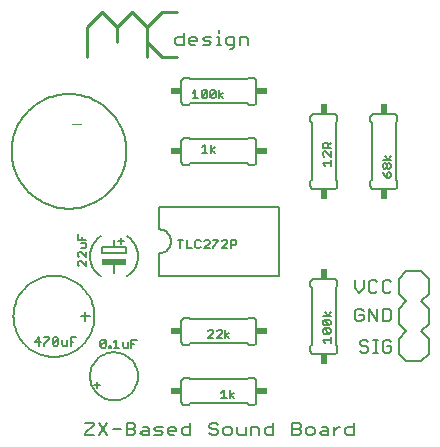
<source format=gto>
G75*
G70*
%OFA0B0*%
%FSLAX24Y24*%
%IPPOS*%
%LPD*%
%AMOC8*
5,1,8,0,0,1.08239X$1,22.5*
%
%ADD10C,0.0080*%
%ADD11C,0.0100*%
%ADD12C,0.0050*%
%ADD13C,0.0060*%
%ADD14R,0.0340X0.0240*%
%ADD15R,0.0240X0.0340*%
%ADD16R,0.0800X0.0200*%
%ADD17C,0.0040*%
D10*
X007873Y000640D02*
X008154Y000640D01*
X008334Y000640D02*
X008614Y001060D01*
X008794Y000850D02*
X009074Y000850D01*
X009255Y000850D02*
X009465Y000850D01*
X009535Y000780D01*
X009535Y000710D01*
X009465Y000640D01*
X009255Y000640D01*
X009255Y001060D01*
X009465Y001060D01*
X009535Y000990D01*
X009535Y000920D01*
X009465Y000850D01*
X009715Y000710D02*
X009785Y000780D01*
X009995Y000780D01*
X009995Y000850D02*
X009995Y000640D01*
X009785Y000640D01*
X009715Y000710D01*
X009785Y000920D02*
X009925Y000920D01*
X009995Y000850D01*
X010175Y000850D02*
X010245Y000780D01*
X010385Y000780D01*
X010456Y000710D01*
X010385Y000640D01*
X010175Y000640D01*
X010175Y000850D02*
X010245Y000920D01*
X010456Y000920D01*
X010636Y000850D02*
X010636Y000710D01*
X010706Y000640D01*
X010846Y000640D01*
X010916Y000780D02*
X010636Y000780D01*
X010636Y000850D02*
X010706Y000920D01*
X010846Y000920D01*
X010916Y000850D01*
X010916Y000780D01*
X011096Y000710D02*
X011096Y000850D01*
X011166Y000920D01*
X011376Y000920D01*
X011376Y001060D02*
X011376Y000640D01*
X011166Y000640D01*
X011096Y000710D01*
X012017Y000710D02*
X012087Y000640D01*
X012227Y000640D01*
X012297Y000710D01*
X012297Y000780D01*
X012227Y000850D01*
X012087Y000850D01*
X012017Y000920D01*
X012017Y000990D01*
X012087Y001060D01*
X012227Y001060D01*
X012297Y000990D01*
X012477Y000850D02*
X012477Y000710D01*
X012547Y000640D01*
X012687Y000640D01*
X012757Y000710D01*
X012757Y000850D01*
X012687Y000920D01*
X012547Y000920D01*
X012477Y000850D01*
X012938Y000920D02*
X012938Y000710D01*
X013008Y000640D01*
X013218Y000640D01*
X013218Y000920D01*
X013398Y000920D02*
X013398Y000640D01*
X013398Y000920D02*
X013608Y000920D01*
X013678Y000850D01*
X013678Y000640D01*
X013858Y000710D02*
X013858Y000850D01*
X013928Y000920D01*
X014139Y000920D01*
X014139Y001060D02*
X014139Y000640D01*
X013928Y000640D01*
X013858Y000710D01*
X014779Y000640D02*
X014989Y000640D01*
X015059Y000710D01*
X015059Y000780D01*
X014989Y000850D01*
X014779Y000850D01*
X014779Y000640D02*
X014779Y001060D01*
X014989Y001060D01*
X015059Y000990D01*
X015059Y000920D01*
X014989Y000850D01*
X015240Y000850D02*
X015240Y000710D01*
X015310Y000640D01*
X015450Y000640D01*
X015520Y000710D01*
X015520Y000850D01*
X015450Y000920D01*
X015310Y000920D01*
X015240Y000850D01*
X015700Y000710D02*
X015770Y000780D01*
X015980Y000780D01*
X015980Y000850D02*
X015980Y000640D01*
X015770Y000640D01*
X015700Y000710D01*
X015770Y000920D02*
X015910Y000920D01*
X015980Y000850D01*
X016160Y000780D02*
X016301Y000920D01*
X016371Y000920D01*
X016544Y000850D02*
X016614Y000920D01*
X016824Y000920D01*
X016824Y001060D02*
X016824Y000640D01*
X016614Y000640D01*
X016544Y000710D01*
X016544Y000850D01*
X016160Y000920D02*
X016160Y000640D01*
X018583Y003100D02*
X018333Y003350D01*
X018333Y003850D01*
X018583Y004100D01*
X018333Y004350D01*
X018333Y004850D01*
X018583Y005100D01*
X018333Y005350D01*
X018333Y005850D01*
X018583Y006100D01*
X019083Y006100D01*
X019333Y005850D01*
X019333Y005350D01*
X019083Y005100D01*
X019333Y004850D01*
X019333Y004350D01*
X019083Y004100D01*
X019333Y003850D01*
X019333Y003350D01*
X019083Y003100D01*
X018583Y003100D01*
X018071Y003460D02*
X018071Y003600D01*
X017931Y003600D01*
X018071Y003460D02*
X018001Y003390D01*
X017861Y003390D01*
X017791Y003460D01*
X017791Y003740D01*
X017861Y003810D01*
X018001Y003810D01*
X018071Y003740D01*
X017624Y003810D02*
X017484Y003810D01*
X017554Y003810D02*
X017554Y003390D01*
X017484Y003390D02*
X017624Y003390D01*
X017304Y003460D02*
X017234Y003390D01*
X017093Y003390D01*
X017023Y003460D01*
X017093Y003600D02*
X017234Y003600D01*
X017304Y003530D01*
X017304Y003460D01*
X017093Y003600D02*
X017023Y003670D01*
X017023Y003740D01*
X017093Y003810D01*
X017234Y003810D01*
X017304Y003740D01*
X017334Y004440D02*
X017334Y004860D01*
X017614Y004440D01*
X017614Y004860D01*
X017794Y004860D02*
X018004Y004860D01*
X018074Y004790D01*
X018074Y004510D01*
X018004Y004440D01*
X017794Y004440D01*
X017794Y004860D01*
X017154Y004790D02*
X017084Y004860D01*
X016943Y004860D01*
X016873Y004790D01*
X016873Y004510D01*
X016943Y004440D01*
X017084Y004440D01*
X017154Y004510D01*
X017154Y004650D01*
X017013Y004650D01*
X017013Y005390D02*
X017154Y005530D01*
X017154Y005810D01*
X017334Y005740D02*
X017334Y005460D01*
X017404Y005390D01*
X017544Y005390D01*
X017614Y005460D01*
X017794Y005460D02*
X017864Y005390D01*
X018004Y005390D01*
X018074Y005460D01*
X017794Y005460D02*
X017794Y005740D01*
X017864Y005810D01*
X018004Y005810D01*
X018074Y005740D01*
X017614Y005740D02*
X017544Y005810D01*
X017404Y005810D01*
X017334Y005740D01*
X016873Y005810D02*
X016873Y005530D01*
X017013Y005390D01*
X008614Y000640D02*
X008334Y001060D01*
X008154Y001060D02*
X008154Y000990D01*
X007873Y000710D01*
X007873Y000640D01*
X007873Y001060D02*
X008154Y001060D01*
X005424Y010100D02*
X005426Y010194D01*
X005433Y010287D01*
X005445Y010380D01*
X005461Y010472D01*
X005481Y010564D01*
X005506Y010654D01*
X005536Y010743D01*
X005569Y010831D01*
X005607Y010916D01*
X005649Y011000D01*
X005696Y011081D01*
X005746Y011161D01*
X005800Y011237D01*
X005857Y011311D01*
X005919Y011382D01*
X005983Y011450D01*
X006051Y011514D01*
X006122Y011576D01*
X006196Y011633D01*
X006272Y011687D01*
X006352Y011737D01*
X006433Y011784D01*
X006517Y011826D01*
X006602Y011864D01*
X006690Y011897D01*
X006779Y011927D01*
X006869Y011952D01*
X006961Y011972D01*
X007053Y011988D01*
X007146Y012000D01*
X007239Y012007D01*
X007333Y012009D01*
X007427Y012007D01*
X007520Y012000D01*
X007613Y011988D01*
X007705Y011972D01*
X007797Y011952D01*
X007887Y011927D01*
X007976Y011897D01*
X008064Y011864D01*
X008149Y011826D01*
X008233Y011784D01*
X008314Y011737D01*
X008394Y011687D01*
X008470Y011633D01*
X008544Y011576D01*
X008615Y011514D01*
X008683Y011450D01*
X008747Y011382D01*
X008809Y011311D01*
X008866Y011237D01*
X008920Y011161D01*
X008970Y011081D01*
X009017Y011000D01*
X009059Y010916D01*
X009097Y010831D01*
X009130Y010743D01*
X009160Y010654D01*
X009185Y010564D01*
X009205Y010472D01*
X009221Y010380D01*
X009233Y010287D01*
X009240Y010194D01*
X009242Y010100D01*
X009240Y010006D01*
X009233Y009913D01*
X009221Y009820D01*
X009205Y009728D01*
X009185Y009636D01*
X009160Y009546D01*
X009130Y009457D01*
X009097Y009369D01*
X009059Y009284D01*
X009017Y009200D01*
X008970Y009119D01*
X008920Y009039D01*
X008866Y008963D01*
X008809Y008889D01*
X008747Y008818D01*
X008683Y008750D01*
X008615Y008686D01*
X008544Y008624D01*
X008470Y008567D01*
X008394Y008513D01*
X008314Y008463D01*
X008233Y008416D01*
X008149Y008374D01*
X008064Y008336D01*
X007976Y008303D01*
X007887Y008273D01*
X007797Y008248D01*
X007705Y008228D01*
X007613Y008212D01*
X007520Y008200D01*
X007427Y008193D01*
X007333Y008191D01*
X007239Y008193D01*
X007146Y008200D01*
X007053Y008212D01*
X006961Y008228D01*
X006869Y008248D01*
X006779Y008273D01*
X006690Y008303D01*
X006602Y008336D01*
X006517Y008374D01*
X006433Y008416D01*
X006352Y008463D01*
X006272Y008513D01*
X006196Y008567D01*
X006122Y008624D01*
X006051Y008686D01*
X005983Y008750D01*
X005919Y008818D01*
X005857Y008889D01*
X005800Y008963D01*
X005746Y009039D01*
X005696Y009119D01*
X005649Y009200D01*
X005607Y009284D01*
X005569Y009369D01*
X005536Y009457D01*
X005506Y009546D01*
X005481Y009636D01*
X005461Y009728D01*
X005445Y009820D01*
X005433Y009913D01*
X005426Y010006D01*
X005424Y010100D01*
X010873Y013710D02*
X010873Y013850D01*
X010943Y013920D01*
X011154Y013920D01*
X011154Y014060D02*
X011154Y013640D01*
X010943Y013640D01*
X010873Y013710D01*
X011334Y013710D02*
X011334Y013850D01*
X011404Y013920D01*
X011544Y013920D01*
X011614Y013850D01*
X011614Y013780D01*
X011334Y013780D01*
X011334Y013710D02*
X011404Y013640D01*
X011544Y013640D01*
X011794Y013640D02*
X012004Y013640D01*
X012074Y013710D01*
X012004Y013780D01*
X011864Y013780D01*
X011794Y013850D01*
X011864Y013920D01*
X012074Y013920D01*
X012255Y013920D02*
X012325Y013920D01*
X012325Y013640D01*
X012255Y013640D02*
X012395Y013640D01*
X012561Y013710D02*
X012561Y013850D01*
X012631Y013920D01*
X012842Y013920D01*
X012842Y013570D01*
X012772Y013500D01*
X012702Y013500D01*
X012631Y013640D02*
X012842Y013640D01*
X013022Y013640D02*
X013022Y013920D01*
X013232Y013920D01*
X013302Y013850D01*
X013302Y013640D01*
X012631Y013640D02*
X012561Y013710D01*
X012325Y014060D02*
X012325Y014130D01*
D11*
X010933Y014750D02*
X010433Y014750D01*
X009933Y014250D01*
X009933Y013750D01*
X010433Y013250D01*
X010933Y013250D01*
X009933Y013250D02*
X009933Y013750D01*
X009933Y014250D02*
X009433Y014750D01*
X008933Y014250D01*
X008933Y013750D01*
X008933Y014250D02*
X008433Y014750D01*
X007933Y014250D01*
X007933Y013250D01*
D12*
X006343Y003895D02*
X006343Y003625D01*
X006388Y003760D02*
X006208Y003760D01*
X006343Y003895D01*
X006503Y003895D02*
X006683Y003895D01*
X006683Y003850D01*
X006503Y003670D01*
X006503Y003625D01*
X006798Y003670D02*
X006978Y003850D01*
X006978Y003670D01*
X006933Y003625D01*
X006843Y003625D01*
X006798Y003670D01*
X006798Y003850D01*
X006843Y003895D01*
X006933Y003895D01*
X006978Y003850D01*
X007092Y003805D02*
X007092Y003670D01*
X007137Y003625D01*
X007272Y003625D01*
X007272Y003805D01*
X007387Y003760D02*
X007477Y003760D01*
X007387Y003625D02*
X007387Y003895D01*
X007567Y003895D01*
X008382Y003780D02*
X008382Y003600D01*
X008563Y003780D01*
X008563Y003600D01*
X008518Y003555D01*
X008427Y003555D01*
X008382Y003600D01*
X008382Y003780D02*
X008427Y003825D01*
X008518Y003825D01*
X008563Y003780D01*
X008677Y003600D02*
X008722Y003600D01*
X008722Y003555D01*
X008677Y003555D01*
X008677Y003600D01*
X008824Y003555D02*
X009005Y003555D01*
X008914Y003555D02*
X008914Y003825D01*
X008824Y003735D01*
X009119Y003735D02*
X009119Y003600D01*
X009164Y003555D01*
X009299Y003555D01*
X009299Y003735D01*
X009414Y003690D02*
X009504Y003690D01*
X009414Y003825D02*
X009594Y003825D01*
X009414Y003825D02*
X009414Y003555D01*
X011958Y003875D02*
X012138Y004055D01*
X012138Y004100D01*
X012093Y004145D01*
X012003Y004145D01*
X011958Y004100D01*
X011958Y003875D02*
X012138Y003875D01*
X012253Y003875D02*
X012433Y004055D01*
X012433Y004100D01*
X012388Y004145D01*
X012298Y004145D01*
X012253Y004100D01*
X012253Y003875D02*
X012433Y003875D01*
X012548Y003875D02*
X012548Y004145D01*
X012683Y004055D02*
X012548Y003965D01*
X012683Y003875D01*
X012703Y002145D02*
X012703Y001875D01*
X012703Y001965D02*
X012838Y001875D01*
X012703Y001965D02*
X012838Y002055D01*
X012588Y001875D02*
X012408Y001875D01*
X012498Y001875D02*
X012498Y002145D01*
X012408Y002055D01*
X015788Y003815D02*
X015878Y003725D01*
X015788Y003815D02*
X016058Y003815D01*
X016058Y003725D02*
X016058Y003905D01*
X016013Y004020D02*
X015833Y004020D01*
X015788Y004065D01*
X015788Y004155D01*
X015833Y004200D01*
X016013Y004020D01*
X016058Y004065D01*
X016058Y004155D01*
X016013Y004200D01*
X015833Y004200D01*
X015833Y004314D02*
X015788Y004359D01*
X015788Y004449D01*
X015833Y004494D01*
X016013Y004314D01*
X016058Y004359D01*
X016058Y004449D01*
X016013Y004494D01*
X015833Y004494D01*
X015788Y004609D02*
X016058Y004609D01*
X015968Y004609D02*
X015878Y004744D01*
X015968Y004609D02*
X016058Y004744D01*
X016013Y004314D02*
X015833Y004314D01*
X012906Y007010D02*
X012861Y006965D01*
X012726Y006965D01*
X012726Y006875D02*
X012726Y007145D01*
X012861Y007145D01*
X012906Y007100D01*
X012906Y007010D01*
X012612Y007055D02*
X012612Y007100D01*
X012567Y007145D01*
X012477Y007145D01*
X012432Y007100D01*
X012317Y007100D02*
X012137Y006920D01*
X012137Y006875D01*
X012022Y006875D02*
X011842Y006875D01*
X012022Y007055D01*
X012022Y007100D01*
X011977Y007145D01*
X011887Y007145D01*
X011842Y007100D01*
X011728Y007100D02*
X011683Y007145D01*
X011593Y007145D01*
X011548Y007100D01*
X011548Y006920D01*
X011593Y006875D01*
X011683Y006875D01*
X011728Y006920D01*
X011433Y006875D02*
X011253Y006875D01*
X011253Y007145D01*
X011138Y007145D02*
X010958Y007145D01*
X011048Y007145D02*
X011048Y006875D01*
X012137Y007145D02*
X012317Y007145D01*
X012317Y007100D01*
X012432Y006875D02*
X012612Y007055D01*
X012612Y006875D02*
X012432Y006875D01*
X007908Y006909D02*
X007863Y006864D01*
X007728Y006864D01*
X007728Y006750D02*
X007683Y006750D01*
X007638Y006705D01*
X007638Y006615D01*
X007683Y006570D01*
X007683Y006455D02*
X007638Y006410D01*
X007638Y006320D01*
X007683Y006275D01*
X007683Y006455D02*
X007728Y006455D01*
X007908Y006275D01*
X007908Y006455D01*
X007908Y006570D02*
X007728Y006750D01*
X007908Y006750D02*
X007908Y006570D01*
X007908Y006909D02*
X007908Y007044D01*
X007728Y007044D01*
X007773Y007159D02*
X007773Y007249D01*
X007638Y007159D02*
X007638Y007339D01*
X007638Y007159D02*
X007908Y007159D01*
X011768Y010055D02*
X011948Y010055D01*
X011858Y010055D02*
X011858Y010325D01*
X011768Y010235D01*
X012063Y010145D02*
X012198Y010235D01*
X012063Y010145D02*
X012198Y010055D01*
X012063Y010055D02*
X012063Y010325D01*
X012093Y011875D02*
X012048Y011920D01*
X012228Y012100D01*
X012228Y011920D01*
X012183Y011875D01*
X012093Y011875D01*
X012048Y011920D02*
X012048Y012100D01*
X012093Y012145D01*
X012183Y012145D01*
X012228Y012100D01*
X012342Y012145D02*
X012342Y011875D01*
X012342Y011965D02*
X012477Y012055D01*
X012342Y011965D02*
X012477Y011875D01*
X011933Y011920D02*
X011933Y012100D01*
X011753Y011920D01*
X011798Y011875D01*
X011888Y011875D01*
X011933Y011920D01*
X011753Y011920D02*
X011753Y012100D01*
X011798Y012145D01*
X011888Y012145D01*
X011933Y012100D01*
X011638Y011875D02*
X011458Y011875D01*
X011548Y011875D02*
X011548Y012145D01*
X011458Y012055D01*
X015788Y010349D02*
X015833Y010394D01*
X015923Y010394D01*
X015968Y010349D01*
X015968Y010214D01*
X016058Y010214D02*
X015788Y010214D01*
X015788Y010349D01*
X015968Y010304D02*
X016058Y010394D01*
X016058Y010100D02*
X016058Y009920D01*
X015878Y010100D01*
X015833Y010100D01*
X015788Y010055D01*
X015788Y009965D01*
X015833Y009920D01*
X015788Y009715D02*
X016058Y009715D01*
X016058Y009625D02*
X016058Y009805D01*
X015878Y009625D02*
X015788Y009715D01*
X017788Y009655D02*
X017788Y009565D01*
X017833Y009520D01*
X017878Y009520D01*
X017923Y009565D01*
X017923Y009655D01*
X017968Y009700D01*
X018013Y009700D01*
X018058Y009655D01*
X018058Y009565D01*
X018013Y009520D01*
X017968Y009520D01*
X017923Y009565D01*
X017923Y009655D02*
X017878Y009700D01*
X017833Y009700D01*
X017788Y009655D01*
X017788Y009814D02*
X018058Y009814D01*
X017968Y009814D02*
X017878Y009949D01*
X017968Y009814D02*
X018058Y009949D01*
X018013Y009405D02*
X017968Y009405D01*
X017923Y009360D01*
X017923Y009225D01*
X018013Y009225D01*
X018058Y009270D01*
X018058Y009360D01*
X018013Y009405D01*
X017833Y009315D02*
X017923Y009225D01*
X017833Y009315D02*
X017788Y009405D01*
D13*
X017433Y009150D02*
X017433Y011050D01*
X017383Y011100D01*
X017383Y011250D01*
X017385Y011267D01*
X017389Y011284D01*
X017396Y011300D01*
X017406Y011314D01*
X017419Y011327D01*
X017433Y011337D01*
X017449Y011344D01*
X017466Y011348D01*
X017483Y011350D01*
X018183Y011350D01*
X018200Y011348D01*
X018217Y011344D01*
X018233Y011337D01*
X018247Y011327D01*
X018260Y011314D01*
X018270Y011300D01*
X018277Y011284D01*
X018281Y011267D01*
X018283Y011250D01*
X018283Y011100D01*
X018233Y011050D01*
X018233Y009150D01*
X018283Y009100D01*
X018283Y008950D01*
X018281Y008933D01*
X018277Y008916D01*
X018270Y008900D01*
X018260Y008886D01*
X018247Y008873D01*
X018233Y008863D01*
X018217Y008856D01*
X018200Y008852D01*
X018183Y008850D01*
X017483Y008850D01*
X017466Y008852D01*
X017449Y008856D01*
X017433Y008863D01*
X017419Y008873D01*
X017406Y008886D01*
X017396Y008900D01*
X017389Y008916D01*
X017385Y008933D01*
X017383Y008950D01*
X017383Y009100D01*
X017433Y009150D01*
X016283Y009100D02*
X016283Y008950D01*
X016281Y008933D01*
X016277Y008916D01*
X016270Y008900D01*
X016260Y008886D01*
X016247Y008873D01*
X016233Y008863D01*
X016217Y008856D01*
X016200Y008852D01*
X016183Y008850D01*
X015483Y008850D01*
X015466Y008852D01*
X015449Y008856D01*
X015433Y008863D01*
X015419Y008873D01*
X015406Y008886D01*
X015396Y008900D01*
X015389Y008916D01*
X015385Y008933D01*
X015383Y008950D01*
X015383Y009100D01*
X015433Y009150D01*
X015433Y011050D01*
X015383Y011100D01*
X015383Y011250D01*
X015385Y011267D01*
X015389Y011284D01*
X015396Y011300D01*
X015406Y011314D01*
X015419Y011327D01*
X015433Y011337D01*
X015449Y011344D01*
X015466Y011348D01*
X015483Y011350D01*
X016183Y011350D01*
X016200Y011348D01*
X016217Y011344D01*
X016233Y011337D01*
X016247Y011327D01*
X016260Y011314D01*
X016270Y011300D01*
X016277Y011284D01*
X016281Y011267D01*
X016283Y011250D01*
X016283Y011100D01*
X016233Y011050D01*
X016233Y009150D01*
X016283Y009100D01*
X014333Y008250D02*
X014333Y005950D01*
X010333Y005950D01*
X010333Y006700D01*
X010372Y006702D01*
X010411Y006708D01*
X010449Y006717D01*
X010486Y006730D01*
X010522Y006747D01*
X010555Y006767D01*
X010587Y006791D01*
X010616Y006817D01*
X010642Y006846D01*
X010666Y006878D01*
X010686Y006911D01*
X010703Y006947D01*
X010716Y006984D01*
X010725Y007022D01*
X010731Y007061D01*
X010733Y007100D01*
X010731Y007139D01*
X010725Y007178D01*
X010716Y007216D01*
X010703Y007253D01*
X010686Y007289D01*
X010666Y007322D01*
X010642Y007354D01*
X010616Y007383D01*
X010587Y007409D01*
X010555Y007433D01*
X010522Y007453D01*
X010486Y007470D01*
X010449Y007483D01*
X010411Y007492D01*
X010372Y007498D01*
X010333Y007500D01*
X010333Y008250D01*
X014333Y008250D01*
X013483Y009650D02*
X013333Y009650D01*
X013283Y009700D01*
X011383Y009700D01*
X011333Y009650D01*
X011183Y009650D01*
X011166Y009652D01*
X011149Y009656D01*
X011133Y009663D01*
X011119Y009673D01*
X011106Y009686D01*
X011096Y009700D01*
X011089Y009716D01*
X011085Y009733D01*
X011083Y009750D01*
X011083Y010450D01*
X011085Y010467D01*
X011089Y010484D01*
X011096Y010500D01*
X011106Y010514D01*
X011119Y010527D01*
X011133Y010537D01*
X011149Y010544D01*
X011166Y010548D01*
X011183Y010550D01*
X011333Y010550D01*
X011383Y010500D01*
X013283Y010500D01*
X013333Y010550D01*
X013483Y010550D01*
X013500Y010548D01*
X013517Y010544D01*
X013533Y010537D01*
X013547Y010527D01*
X013560Y010514D01*
X013570Y010500D01*
X013577Y010484D01*
X013581Y010467D01*
X013583Y010450D01*
X013583Y009750D01*
X013581Y009733D01*
X013577Y009716D01*
X013570Y009700D01*
X013560Y009686D01*
X013547Y009673D01*
X013533Y009663D01*
X013517Y009656D01*
X013500Y009652D01*
X013483Y009650D01*
X013483Y011650D02*
X013333Y011650D01*
X013283Y011700D01*
X011383Y011700D01*
X011333Y011650D01*
X011183Y011650D01*
X011166Y011652D01*
X011149Y011656D01*
X011133Y011663D01*
X011119Y011673D01*
X011106Y011686D01*
X011096Y011700D01*
X011089Y011716D01*
X011085Y011733D01*
X011083Y011750D01*
X011083Y012450D01*
X011085Y012467D01*
X011089Y012484D01*
X011096Y012500D01*
X011106Y012514D01*
X011119Y012527D01*
X011133Y012537D01*
X011149Y012544D01*
X011166Y012548D01*
X011183Y012550D01*
X011333Y012550D01*
X011383Y012500D01*
X013283Y012500D01*
X013333Y012550D01*
X013483Y012550D01*
X013500Y012548D01*
X013517Y012544D01*
X013533Y012537D01*
X013547Y012527D01*
X013560Y012514D01*
X013570Y012500D01*
X013577Y012484D01*
X013581Y012467D01*
X013583Y012450D01*
X013583Y011750D01*
X013581Y011733D01*
X013577Y011716D01*
X013570Y011700D01*
X013560Y011686D01*
X013547Y011673D01*
X013533Y011663D01*
X013517Y011656D01*
X013500Y011652D01*
X013483Y011650D01*
X009083Y007200D02*
X009083Y007000D01*
X008983Y007100D02*
X009183Y007100D01*
X009233Y006900D02*
X008833Y006900D01*
X008433Y006900D01*
X008433Y006700D01*
X009233Y006700D01*
X009233Y006900D01*
X008833Y006900D02*
X008833Y007150D01*
X008394Y007269D02*
X008349Y007237D01*
X008307Y007203D01*
X008267Y007165D01*
X008230Y007126D01*
X008195Y007083D01*
X008164Y007039D01*
X008136Y006992D01*
X008110Y006943D01*
X008089Y006893D01*
X008070Y006842D01*
X008056Y006789D01*
X008045Y006736D01*
X008037Y006682D01*
X008033Y006627D01*
X008033Y006573D01*
X008037Y006518D01*
X008045Y006464D01*
X008056Y006411D01*
X008070Y006358D01*
X008089Y006307D01*
X008110Y006257D01*
X008136Y006208D01*
X008164Y006161D01*
X008195Y006117D01*
X008230Y006074D01*
X008267Y006035D01*
X008307Y005997D01*
X008349Y005963D01*
X008394Y005931D01*
X008833Y006050D02*
X008833Y006350D01*
X009272Y005931D02*
X009317Y005963D01*
X009359Y005997D01*
X009399Y006035D01*
X009436Y006074D01*
X009471Y006117D01*
X009502Y006161D01*
X009530Y006208D01*
X009556Y006257D01*
X009577Y006307D01*
X009596Y006358D01*
X009610Y006411D01*
X009621Y006464D01*
X009629Y006518D01*
X009633Y006573D01*
X009633Y006627D01*
X009629Y006682D01*
X009621Y006736D01*
X009610Y006789D01*
X009596Y006842D01*
X009577Y006893D01*
X009556Y006943D01*
X009530Y006992D01*
X009502Y007039D01*
X009471Y007083D01*
X009436Y007126D01*
X009399Y007165D01*
X009359Y007203D01*
X009317Y007237D01*
X009272Y007269D01*
X007883Y004750D02*
X007883Y004450D01*
X008033Y004600D02*
X007733Y004600D01*
X005483Y004600D02*
X005485Y004673D01*
X005491Y004746D01*
X005501Y004818D01*
X005515Y004890D01*
X005532Y004961D01*
X005554Y005031D01*
X005579Y005100D01*
X005608Y005167D01*
X005640Y005232D01*
X005676Y005296D01*
X005716Y005358D01*
X005758Y005417D01*
X005804Y005474D01*
X005853Y005528D01*
X005905Y005580D01*
X005959Y005629D01*
X006016Y005675D01*
X006075Y005717D01*
X006137Y005757D01*
X006201Y005793D01*
X006266Y005825D01*
X006333Y005854D01*
X006402Y005879D01*
X006472Y005901D01*
X006543Y005918D01*
X006615Y005932D01*
X006687Y005942D01*
X006760Y005948D01*
X006833Y005950D01*
X006906Y005948D01*
X006979Y005942D01*
X007051Y005932D01*
X007123Y005918D01*
X007194Y005901D01*
X007264Y005879D01*
X007333Y005854D01*
X007400Y005825D01*
X007465Y005793D01*
X007529Y005757D01*
X007591Y005717D01*
X007650Y005675D01*
X007707Y005629D01*
X007761Y005580D01*
X007813Y005528D01*
X007862Y005474D01*
X007908Y005417D01*
X007950Y005358D01*
X007990Y005296D01*
X008026Y005232D01*
X008058Y005167D01*
X008087Y005100D01*
X008112Y005031D01*
X008134Y004961D01*
X008151Y004890D01*
X008165Y004818D01*
X008175Y004746D01*
X008181Y004673D01*
X008183Y004600D01*
X008181Y004527D01*
X008175Y004454D01*
X008165Y004382D01*
X008151Y004310D01*
X008134Y004239D01*
X008112Y004169D01*
X008087Y004100D01*
X008058Y004033D01*
X008026Y003968D01*
X007990Y003904D01*
X007950Y003842D01*
X007908Y003783D01*
X007862Y003726D01*
X007813Y003672D01*
X007761Y003620D01*
X007707Y003571D01*
X007650Y003525D01*
X007591Y003483D01*
X007529Y003443D01*
X007465Y003407D01*
X007400Y003375D01*
X007333Y003346D01*
X007264Y003321D01*
X007194Y003299D01*
X007123Y003282D01*
X007051Y003268D01*
X006979Y003258D01*
X006906Y003252D01*
X006833Y003250D01*
X006760Y003252D01*
X006687Y003258D01*
X006615Y003268D01*
X006543Y003282D01*
X006472Y003299D01*
X006402Y003321D01*
X006333Y003346D01*
X006266Y003375D01*
X006201Y003407D01*
X006137Y003443D01*
X006075Y003483D01*
X006016Y003525D01*
X005959Y003571D01*
X005905Y003620D01*
X005853Y003672D01*
X005804Y003726D01*
X005758Y003783D01*
X005716Y003842D01*
X005676Y003904D01*
X005640Y003968D01*
X005608Y004033D01*
X005579Y004100D01*
X005554Y004169D01*
X005532Y004239D01*
X005515Y004310D01*
X005501Y004382D01*
X005491Y004454D01*
X005485Y004527D01*
X005483Y004600D01*
X008033Y002600D02*
X008035Y002656D01*
X008041Y002713D01*
X008051Y002768D01*
X008065Y002823D01*
X008082Y002877D01*
X008104Y002929D01*
X008129Y002979D01*
X008157Y003028D01*
X008189Y003075D01*
X008224Y003119D01*
X008262Y003161D01*
X008303Y003200D01*
X008347Y003235D01*
X008393Y003268D01*
X008441Y003297D01*
X008491Y003323D01*
X008543Y003346D01*
X008597Y003364D01*
X008651Y003379D01*
X008706Y003390D01*
X008762Y003397D01*
X008819Y003400D01*
X008875Y003399D01*
X008932Y003394D01*
X008987Y003385D01*
X009042Y003372D01*
X009096Y003355D01*
X009149Y003335D01*
X009200Y003311D01*
X009249Y003283D01*
X009296Y003252D01*
X009341Y003218D01*
X009384Y003180D01*
X009423Y003140D01*
X009460Y003097D01*
X009493Y003052D01*
X009523Y003004D01*
X009550Y002954D01*
X009573Y002903D01*
X009593Y002850D01*
X009609Y002796D01*
X009621Y002740D01*
X009629Y002685D01*
X009633Y002628D01*
X009633Y002572D01*
X009629Y002515D01*
X009621Y002460D01*
X009609Y002404D01*
X009593Y002350D01*
X009573Y002297D01*
X009550Y002246D01*
X009523Y002196D01*
X009493Y002148D01*
X009460Y002103D01*
X009423Y002060D01*
X009384Y002020D01*
X009341Y001982D01*
X009296Y001948D01*
X009249Y001917D01*
X009200Y001889D01*
X009149Y001865D01*
X009096Y001845D01*
X009042Y001828D01*
X008987Y001815D01*
X008932Y001806D01*
X008875Y001801D01*
X008819Y001800D01*
X008762Y001803D01*
X008706Y001810D01*
X008651Y001821D01*
X008597Y001836D01*
X008543Y001854D01*
X008491Y001877D01*
X008441Y001903D01*
X008393Y001932D01*
X008347Y001965D01*
X008303Y002000D01*
X008262Y002039D01*
X008224Y002081D01*
X008189Y002125D01*
X008157Y002172D01*
X008129Y002221D01*
X008104Y002271D01*
X008082Y002323D01*
X008065Y002377D01*
X008051Y002432D01*
X008041Y002487D01*
X008035Y002544D01*
X008033Y002600D01*
X008283Y002400D02*
X008283Y002200D01*
X008383Y002300D02*
X008183Y002300D01*
X011083Y002450D02*
X011083Y001750D01*
X011085Y001733D01*
X011089Y001716D01*
X011096Y001700D01*
X011106Y001686D01*
X011119Y001673D01*
X011133Y001663D01*
X011149Y001656D01*
X011166Y001652D01*
X011183Y001650D01*
X011333Y001650D01*
X011383Y001700D01*
X013283Y001700D01*
X013333Y001650D01*
X013483Y001650D01*
X013500Y001652D01*
X013517Y001656D01*
X013533Y001663D01*
X013547Y001673D01*
X013560Y001686D01*
X013570Y001700D01*
X013577Y001716D01*
X013581Y001733D01*
X013583Y001750D01*
X013583Y002450D01*
X013581Y002467D01*
X013577Y002484D01*
X013570Y002500D01*
X013560Y002514D01*
X013547Y002527D01*
X013533Y002537D01*
X013517Y002544D01*
X013500Y002548D01*
X013483Y002550D01*
X013333Y002550D01*
X013283Y002500D01*
X011383Y002500D01*
X011333Y002550D01*
X011183Y002550D01*
X011166Y002548D01*
X011149Y002544D01*
X011133Y002537D01*
X011119Y002527D01*
X011106Y002514D01*
X011096Y002500D01*
X011089Y002484D01*
X011085Y002467D01*
X011083Y002450D01*
X011183Y003650D02*
X011333Y003650D01*
X011383Y003700D01*
X013283Y003700D01*
X013333Y003650D01*
X013483Y003650D01*
X013500Y003652D01*
X013517Y003656D01*
X013533Y003663D01*
X013547Y003673D01*
X013560Y003686D01*
X013570Y003700D01*
X013577Y003716D01*
X013581Y003733D01*
X013583Y003750D01*
X013583Y004450D01*
X013581Y004467D01*
X013577Y004484D01*
X013570Y004500D01*
X013560Y004514D01*
X013547Y004527D01*
X013533Y004537D01*
X013517Y004544D01*
X013500Y004548D01*
X013483Y004550D01*
X013333Y004550D01*
X013283Y004500D01*
X011383Y004500D01*
X011333Y004550D01*
X011183Y004550D01*
X011166Y004548D01*
X011149Y004544D01*
X011133Y004537D01*
X011119Y004527D01*
X011106Y004514D01*
X011096Y004500D01*
X011089Y004484D01*
X011085Y004467D01*
X011083Y004450D01*
X011083Y003750D01*
X011085Y003733D01*
X011089Y003716D01*
X011096Y003700D01*
X011106Y003686D01*
X011119Y003673D01*
X011133Y003663D01*
X011149Y003656D01*
X011166Y003652D01*
X011183Y003650D01*
X015383Y003600D02*
X015383Y003450D01*
X015385Y003433D01*
X015389Y003416D01*
X015396Y003400D01*
X015406Y003386D01*
X015419Y003373D01*
X015433Y003363D01*
X015449Y003356D01*
X015466Y003352D01*
X015483Y003350D01*
X016183Y003350D01*
X016200Y003352D01*
X016217Y003356D01*
X016233Y003363D01*
X016247Y003373D01*
X016260Y003386D01*
X016270Y003400D01*
X016277Y003416D01*
X016281Y003433D01*
X016283Y003450D01*
X016283Y003600D01*
X016233Y003650D01*
X016233Y005550D01*
X016283Y005600D01*
X016283Y005750D01*
X016281Y005767D01*
X016277Y005784D01*
X016270Y005800D01*
X016260Y005814D01*
X016247Y005827D01*
X016233Y005837D01*
X016217Y005844D01*
X016200Y005848D01*
X016183Y005850D01*
X015483Y005850D01*
X015466Y005848D01*
X015449Y005844D01*
X015433Y005837D01*
X015419Y005827D01*
X015406Y005814D01*
X015396Y005800D01*
X015389Y005784D01*
X015385Y005767D01*
X015383Y005750D01*
X015383Y005600D01*
X015433Y005550D01*
X015433Y003650D01*
X015383Y003600D01*
D14*
X013753Y004100D03*
X010913Y004100D03*
X010913Y002100D03*
X013753Y002100D03*
X013753Y010100D03*
X010913Y010100D03*
X010913Y012100D03*
X013753Y012100D03*
D15*
X015833Y011520D03*
X017833Y011520D03*
X017833Y008680D03*
X015833Y008680D03*
X015833Y006020D03*
X015833Y003180D03*
D16*
X008833Y006400D03*
D17*
X007746Y011004D02*
X007439Y011004D01*
M02*

</source>
